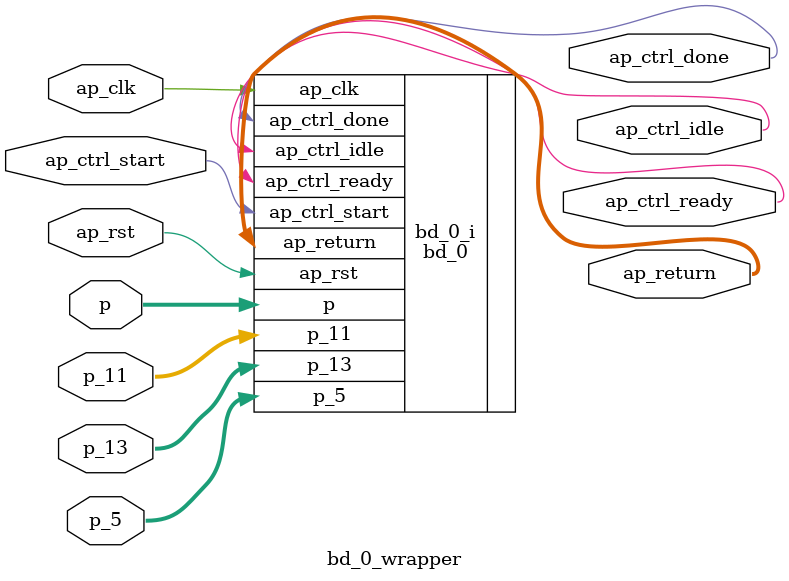
<source format=v>
`timescale 1 ps / 1 ps

module bd_0_wrapper
   (ap_clk,
    ap_ctrl_done,
    ap_ctrl_idle,
    ap_ctrl_ready,
    ap_ctrl_start,
    ap_return,
    ap_rst,
    p,
    p_11,
    p_13,
    p_5);
  input ap_clk;
  output ap_ctrl_done;
  output ap_ctrl_idle;
  output ap_ctrl_ready;
  input ap_ctrl_start;
  output [7:0]ap_return;
  input ap_rst;
  input [63:0]p;
  input [7:0]p_11;
  input [63:0]p_13;
  input [15:0]p_5;

  wire ap_clk;
  wire ap_ctrl_done;
  wire ap_ctrl_idle;
  wire ap_ctrl_ready;
  wire ap_ctrl_start;
  wire [7:0]ap_return;
  wire ap_rst;
  wire [63:0]p;
  wire [7:0]p_11;
  wire [63:0]p_13;
  wire [15:0]p_5;

  bd_0 bd_0_i
       (.ap_clk(ap_clk),
        .ap_ctrl_done(ap_ctrl_done),
        .ap_ctrl_idle(ap_ctrl_idle),
        .ap_ctrl_ready(ap_ctrl_ready),
        .ap_ctrl_start(ap_ctrl_start),
        .ap_return(ap_return),
        .ap_rst(ap_rst),
        .p(p),
        .p_11(p_11),
        .p_13(p_13),
        .p_5(p_5));
endmodule

</source>
